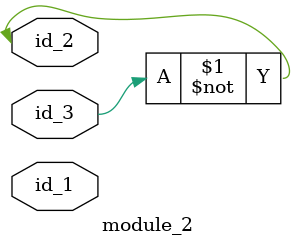
<source format=v>
module module_0;
  wire id_1;
  assign id_1 = id_1;
  wire id_2;
  assign id_2 = id_1;
  wire id_3, id_4 = id_2;
endmodule
module module_1 (
    id_1,
    id_2,
    id_3,
    id_4,
    id_5,
    id_6,
    id_7,
    id_8
);
  input wire id_8;
  input wire id_7;
  output wire id_6;
  inout wire id_5;
  inout wire id_4;
  output wire id_3;
  inout wire id_2;
  inout wire id_1;
  wire id_9;
  module_0 modCall_1 ();
endmodule
module module_2 (
    id_1,
    id_2,
    id_3
);
  input wire id_3;
  inout wire id_2;
  input wire id_1;
  not primCall (id_2, id_3);
  module_0 modCall_1 ();
endmodule

</source>
